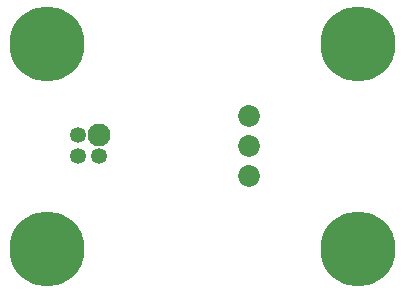
<source format=gbs>
G04*
G04 #@! TF.GenerationSoftware,Altium Limited,Altium Designer,20.2.6 (244)*
G04*
G04 Layer_Color=16711935*
%FSLAX25Y25*%
%MOIN*%
G70*
G04*
G04 #@! TF.SameCoordinates,24C1D65A-0545-48CF-8A99-6B624FE080D9*
G04*
G04*
G04 #@! TF.FilePolarity,Negative*
G04*
G01*
G75*
%ADD24C,0.25000*%
%ADD25C,0.07284*%
%ADD26C,0.07677*%
%ADD27C,0.05315*%
D24*
X118701Y83268D02*
D03*
Y15157D02*
D03*
X15157D02*
D03*
Y83268D02*
D03*
D25*
X82362Y59370D02*
D03*
Y49370D02*
D03*
Y39370D02*
D03*
D26*
X32465Y52953D02*
D03*
D27*
Y45882D02*
D03*
X25394Y52953D02*
D03*
Y45882D02*
D03*
M02*

</source>
